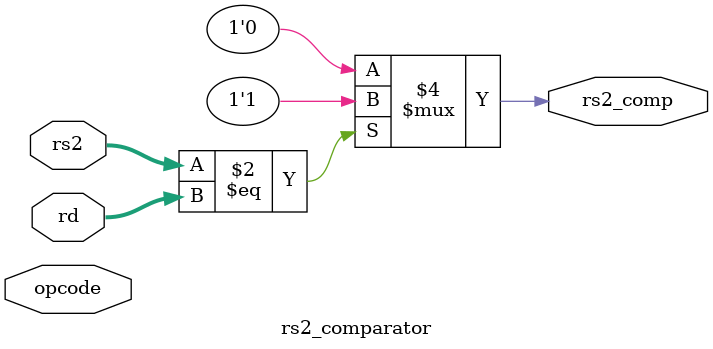
<source format=v>
module hazarddetection (
    input [31:0] instr,
    input [4:0]id_ex_rd,
    input id_ex_memread,
    output reg pc_write,if_idWrite,controltomux
);
    wire [6:0]opcode;
    wire rs1_comp,rs2_comp;
    assign opcode = instr[6:0];
    initial begin
        if_idWrite = 1;
        pc_write   = 1;
    end
    rs1_comparator r1(instr[19:15],id_ex_rd,rs1_comp);
    rs2_comparator r2(instr[24:20],id_ex_rd,opcode,rs2_comp);
    always@(rs1_comp,rs2_comp) begin
         controltomux = ((rs1_comp || rs2_comp) && id_ex_memread);
         if_idWrite   = ~((rs1_comp || rs2_comp) && id_ex_memread);
         pc_write     = ~((rs1_comp || rs2_comp) && id_ex_memread);
    end
    

endmodule

module rs1_comparator(rs1,rd,rs1_comp);
input [4:0]rs1,rd;
output reg rs1_comp;
always@(*)begin
    if(rs1==rd) begin
        rs1_comp <= 1'b1;
    end
    else begin
        rs1_comp <= 1'b0;
    end
end
endmodule

module rs2_comparator(rs2,rd,opcode,rs2_comp);
input [4:0]rs2,rd;
input [6:0]opcode;
output reg rs2_comp;
always@(*)begin
    case(opcode)
        0010011: rs2_comp <= 1'b0;
        default:
            if(rs2 == rd) begin
                rs2_comp <= 1'b1;
            end
            else begin
                rs2_comp <= 1'b0;
            end
    endcase
end
endmodule
</source>
